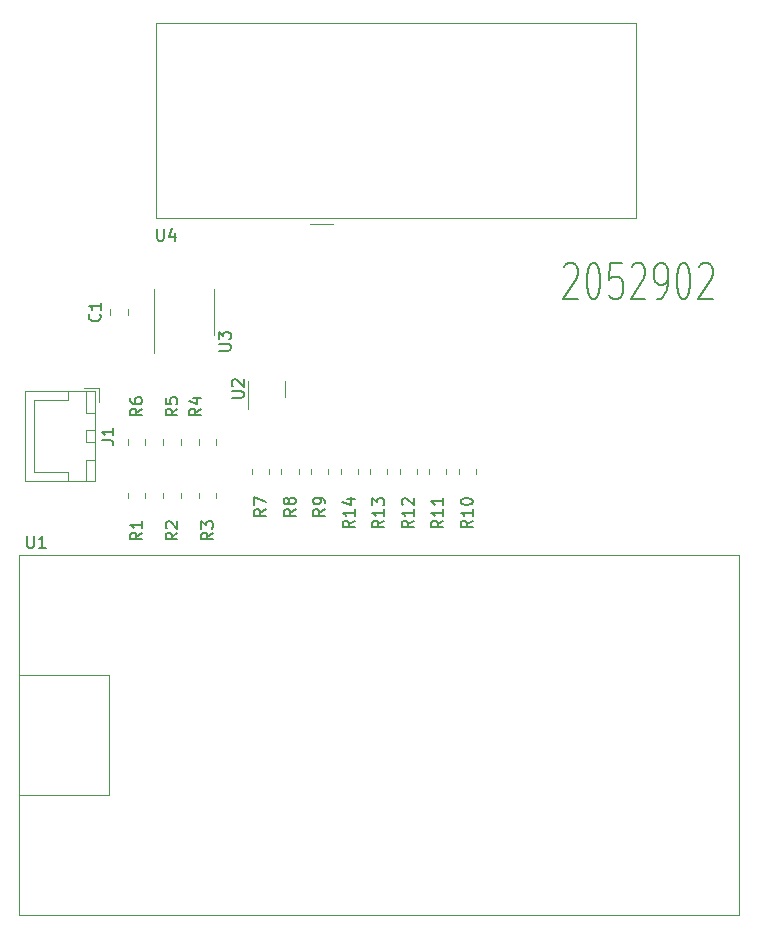
<source format=gto>
%TF.GenerationSoftware,KiCad,Pcbnew,(6.0.5)*%
%TF.CreationDate,2022-07-14T21:33:15+08:00*%
%TF.ProjectId,thermometer,74686572-6d6f-46d6-9574-65722e6b6963,rev?*%
%TF.SameCoordinates,Original*%
%TF.FileFunction,Legend,Top*%
%TF.FilePolarity,Positive*%
%FSLAX46Y46*%
G04 Gerber Fmt 4.6, Leading zero omitted, Abs format (unit mm)*
G04 Created by KiCad (PCBNEW (6.0.5)) date 2022-07-14 21:33:15*
%MOMM*%
%LPD*%
G01*
G04 APERTURE LIST*
%ADD10C,0.150000*%
%ADD11C,0.120000*%
G04 APERTURE END LIST*
D10*
X99014285Y-95542857D02*
X99109523Y-95400000D01*
X99300000Y-95257142D01*
X99776190Y-95257142D01*
X99966666Y-95400000D01*
X100061904Y-95542857D01*
X100157142Y-95828571D01*
X100157142Y-96114285D01*
X100061904Y-96542857D01*
X98919047Y-98257142D01*
X100157142Y-98257142D01*
X101395238Y-95257142D02*
X101585714Y-95257142D01*
X101776190Y-95400000D01*
X101871428Y-95542857D01*
X101966666Y-95828571D01*
X102061904Y-96400000D01*
X102061904Y-97114285D01*
X101966666Y-97685714D01*
X101871428Y-97971428D01*
X101776190Y-98114285D01*
X101585714Y-98257142D01*
X101395238Y-98257142D01*
X101204761Y-98114285D01*
X101109523Y-97971428D01*
X101014285Y-97685714D01*
X100919047Y-97114285D01*
X100919047Y-96400000D01*
X101014285Y-95828571D01*
X101109523Y-95542857D01*
X101204761Y-95400000D01*
X101395238Y-95257142D01*
X103871428Y-95257142D02*
X102919047Y-95257142D01*
X102823809Y-96685714D01*
X102919047Y-96542857D01*
X103109523Y-96400000D01*
X103585714Y-96400000D01*
X103776190Y-96542857D01*
X103871428Y-96685714D01*
X103966666Y-96971428D01*
X103966666Y-97685714D01*
X103871428Y-97971428D01*
X103776190Y-98114285D01*
X103585714Y-98257142D01*
X103109523Y-98257142D01*
X102919047Y-98114285D01*
X102823809Y-97971428D01*
X104728571Y-95542857D02*
X104823809Y-95400000D01*
X105014285Y-95257142D01*
X105490476Y-95257142D01*
X105680952Y-95400000D01*
X105776190Y-95542857D01*
X105871428Y-95828571D01*
X105871428Y-96114285D01*
X105776190Y-96542857D01*
X104633333Y-98257142D01*
X105871428Y-98257142D01*
X106823809Y-98257142D02*
X107204761Y-98257142D01*
X107395238Y-98114285D01*
X107490476Y-97971428D01*
X107680952Y-97542857D01*
X107776190Y-96971428D01*
X107776190Y-95828571D01*
X107680952Y-95542857D01*
X107585714Y-95400000D01*
X107395238Y-95257142D01*
X107014285Y-95257142D01*
X106823809Y-95400000D01*
X106728571Y-95542857D01*
X106633333Y-95828571D01*
X106633333Y-96542857D01*
X106728571Y-96828571D01*
X106823809Y-96971428D01*
X107014285Y-97114285D01*
X107395238Y-97114285D01*
X107585714Y-96971428D01*
X107680952Y-96828571D01*
X107776190Y-96542857D01*
X109014285Y-95257142D02*
X109204761Y-95257142D01*
X109395238Y-95400000D01*
X109490476Y-95542857D01*
X109585714Y-95828571D01*
X109680952Y-96400000D01*
X109680952Y-97114285D01*
X109585714Y-97685714D01*
X109490476Y-97971428D01*
X109395238Y-98114285D01*
X109204761Y-98257142D01*
X109014285Y-98257142D01*
X108823809Y-98114285D01*
X108728571Y-97971428D01*
X108633333Y-97685714D01*
X108538095Y-97114285D01*
X108538095Y-96400000D01*
X108633333Y-95828571D01*
X108728571Y-95542857D01*
X108823809Y-95400000D01*
X109014285Y-95257142D01*
X110442857Y-95542857D02*
X110538095Y-95400000D01*
X110728571Y-95257142D01*
X111204761Y-95257142D01*
X111395238Y-95400000D01*
X111490476Y-95542857D01*
X111585714Y-95828571D01*
X111585714Y-96114285D01*
X111490476Y-96542857D01*
X110347619Y-98257142D01*
X111585714Y-98257142D01*
%TO.C,R11*%
X88752380Y-117042857D02*
X88276190Y-117376190D01*
X88752380Y-117614285D02*
X87752380Y-117614285D01*
X87752380Y-117233333D01*
X87800000Y-117138095D01*
X87847619Y-117090476D01*
X87942857Y-117042857D01*
X88085714Y-117042857D01*
X88180952Y-117090476D01*
X88228571Y-117138095D01*
X88276190Y-117233333D01*
X88276190Y-117614285D01*
X88752380Y-116090476D02*
X88752380Y-116661904D01*
X88752380Y-116376190D02*
X87752380Y-116376190D01*
X87895238Y-116471428D01*
X87990476Y-116566666D01*
X88038095Y-116661904D01*
X88752380Y-115138095D02*
X88752380Y-115709523D01*
X88752380Y-115423809D02*
X87752380Y-115423809D01*
X87895238Y-115519047D01*
X87990476Y-115614285D01*
X88038095Y-115709523D01*
%TO.C,R13*%
X83752380Y-117042857D02*
X83276190Y-117376190D01*
X83752380Y-117614285D02*
X82752380Y-117614285D01*
X82752380Y-117233333D01*
X82800000Y-117138095D01*
X82847619Y-117090476D01*
X82942857Y-117042857D01*
X83085714Y-117042857D01*
X83180952Y-117090476D01*
X83228571Y-117138095D01*
X83276190Y-117233333D01*
X83276190Y-117614285D01*
X83752380Y-116090476D02*
X83752380Y-116661904D01*
X83752380Y-116376190D02*
X82752380Y-116376190D01*
X82895238Y-116471428D01*
X82990476Y-116566666D01*
X83038095Y-116661904D01*
X82752380Y-115757142D02*
X82752380Y-115138095D01*
X83133333Y-115471428D01*
X83133333Y-115328571D01*
X83180952Y-115233333D01*
X83228571Y-115185714D01*
X83323809Y-115138095D01*
X83561904Y-115138095D01*
X83657142Y-115185714D01*
X83704761Y-115233333D01*
X83752380Y-115328571D01*
X83752380Y-115614285D01*
X83704761Y-115709523D01*
X83657142Y-115757142D01*
%TO.C,J1*%
X59827380Y-110233333D02*
X60541666Y-110233333D01*
X60684523Y-110280952D01*
X60779761Y-110376190D01*
X60827380Y-110519047D01*
X60827380Y-110614285D01*
X60827380Y-109233333D02*
X60827380Y-109804761D01*
X60827380Y-109519047D02*
X59827380Y-109519047D01*
X59970238Y-109614285D01*
X60065476Y-109709523D01*
X60113095Y-109804761D01*
%TO.C,R12*%
X86252380Y-117042857D02*
X85776190Y-117376190D01*
X86252380Y-117614285D02*
X85252380Y-117614285D01*
X85252380Y-117233333D01*
X85300000Y-117138095D01*
X85347619Y-117090476D01*
X85442857Y-117042857D01*
X85585714Y-117042857D01*
X85680952Y-117090476D01*
X85728571Y-117138095D01*
X85776190Y-117233333D01*
X85776190Y-117614285D01*
X86252380Y-116090476D02*
X86252380Y-116661904D01*
X86252380Y-116376190D02*
X85252380Y-116376190D01*
X85395238Y-116471428D01*
X85490476Y-116566666D01*
X85538095Y-116661904D01*
X85347619Y-115709523D02*
X85300000Y-115661904D01*
X85252380Y-115566666D01*
X85252380Y-115328571D01*
X85300000Y-115233333D01*
X85347619Y-115185714D01*
X85442857Y-115138095D01*
X85538095Y-115138095D01*
X85680952Y-115185714D01*
X86252380Y-115757142D01*
X86252380Y-115138095D01*
%TO.C,R3*%
X69252380Y-118066666D02*
X68776190Y-118400000D01*
X69252380Y-118638095D02*
X68252380Y-118638095D01*
X68252380Y-118257142D01*
X68300000Y-118161904D01*
X68347619Y-118114285D01*
X68442857Y-118066666D01*
X68585714Y-118066666D01*
X68680952Y-118114285D01*
X68728571Y-118161904D01*
X68776190Y-118257142D01*
X68776190Y-118638095D01*
X68252380Y-117733333D02*
X68252380Y-117114285D01*
X68633333Y-117447619D01*
X68633333Y-117304761D01*
X68680952Y-117209523D01*
X68728571Y-117161904D01*
X68823809Y-117114285D01*
X69061904Y-117114285D01*
X69157142Y-117161904D01*
X69204761Y-117209523D01*
X69252380Y-117304761D01*
X69252380Y-117590476D01*
X69204761Y-117685714D01*
X69157142Y-117733333D01*
%TO.C,R14*%
X81252380Y-117042857D02*
X80776190Y-117376190D01*
X81252380Y-117614285D02*
X80252380Y-117614285D01*
X80252380Y-117233333D01*
X80300000Y-117138095D01*
X80347619Y-117090476D01*
X80442857Y-117042857D01*
X80585714Y-117042857D01*
X80680952Y-117090476D01*
X80728571Y-117138095D01*
X80776190Y-117233333D01*
X80776190Y-117614285D01*
X81252380Y-116090476D02*
X81252380Y-116661904D01*
X81252380Y-116376190D02*
X80252380Y-116376190D01*
X80395238Y-116471428D01*
X80490476Y-116566666D01*
X80538095Y-116661904D01*
X80585714Y-115233333D02*
X81252380Y-115233333D01*
X80204761Y-115471428D02*
X80919047Y-115709523D01*
X80919047Y-115090476D01*
%TO.C,R5*%
X66252380Y-107566666D02*
X65776190Y-107900000D01*
X66252380Y-108138095D02*
X65252380Y-108138095D01*
X65252380Y-107757142D01*
X65300000Y-107661904D01*
X65347619Y-107614285D01*
X65442857Y-107566666D01*
X65585714Y-107566666D01*
X65680952Y-107614285D01*
X65728571Y-107661904D01*
X65776190Y-107757142D01*
X65776190Y-108138095D01*
X65252380Y-106661904D02*
X65252380Y-107138095D01*
X65728571Y-107185714D01*
X65680952Y-107138095D01*
X65633333Y-107042857D01*
X65633333Y-106804761D01*
X65680952Y-106709523D01*
X65728571Y-106661904D01*
X65823809Y-106614285D01*
X66061904Y-106614285D01*
X66157142Y-106661904D01*
X66204761Y-106709523D01*
X66252380Y-106804761D01*
X66252380Y-107042857D01*
X66204761Y-107138095D01*
X66157142Y-107185714D01*
%TO.C,R1*%
X63252380Y-118066666D02*
X62776190Y-118400000D01*
X63252380Y-118638095D02*
X62252380Y-118638095D01*
X62252380Y-118257142D01*
X62300000Y-118161904D01*
X62347619Y-118114285D01*
X62442857Y-118066666D01*
X62585714Y-118066666D01*
X62680952Y-118114285D01*
X62728571Y-118161904D01*
X62776190Y-118257142D01*
X62776190Y-118638095D01*
X63252380Y-117114285D02*
X63252380Y-117685714D01*
X63252380Y-117400000D02*
X62252380Y-117400000D01*
X62395238Y-117495238D01*
X62490476Y-117590476D01*
X62538095Y-117685714D01*
%TO.C,C1*%
X59657142Y-99566666D02*
X59704761Y-99614285D01*
X59752380Y-99757142D01*
X59752380Y-99852380D01*
X59704761Y-99995238D01*
X59609523Y-100090476D01*
X59514285Y-100138095D01*
X59323809Y-100185714D01*
X59180952Y-100185714D01*
X58990476Y-100138095D01*
X58895238Y-100090476D01*
X58800000Y-99995238D01*
X58752380Y-99852380D01*
X58752380Y-99757142D01*
X58800000Y-99614285D01*
X58847619Y-99566666D01*
X59752380Y-98614285D02*
X59752380Y-99185714D01*
X59752380Y-98900000D02*
X58752380Y-98900000D01*
X58895238Y-98995238D01*
X58990476Y-99090476D01*
X59038095Y-99185714D01*
%TO.C,R4*%
X68252380Y-107566666D02*
X67776190Y-107900000D01*
X68252380Y-108138095D02*
X67252380Y-108138095D01*
X67252380Y-107757142D01*
X67300000Y-107661904D01*
X67347619Y-107614285D01*
X67442857Y-107566666D01*
X67585714Y-107566666D01*
X67680952Y-107614285D01*
X67728571Y-107661904D01*
X67776190Y-107757142D01*
X67776190Y-108138095D01*
X67585714Y-106709523D02*
X68252380Y-106709523D01*
X67204761Y-106947619D02*
X67919047Y-107185714D01*
X67919047Y-106566666D01*
%TO.C,U4*%
X64538095Y-92352380D02*
X64538095Y-93161904D01*
X64585714Y-93257142D01*
X64633333Y-93304761D01*
X64728571Y-93352380D01*
X64919047Y-93352380D01*
X65014285Y-93304761D01*
X65061904Y-93257142D01*
X65109523Y-93161904D01*
X65109523Y-92352380D01*
X66014285Y-92685714D02*
X66014285Y-93352380D01*
X65776190Y-92304761D02*
X65538095Y-93019047D01*
X66157142Y-93019047D01*
%TO.C,U1*%
X53538095Y-118352380D02*
X53538095Y-119161904D01*
X53585714Y-119257142D01*
X53633333Y-119304761D01*
X53728571Y-119352380D01*
X53919047Y-119352380D01*
X54014285Y-119304761D01*
X54061904Y-119257142D01*
X54109523Y-119161904D01*
X54109523Y-118352380D01*
X55109523Y-119352380D02*
X54538095Y-119352380D01*
X54823809Y-119352380D02*
X54823809Y-118352380D01*
X54728571Y-118495238D01*
X54633333Y-118590476D01*
X54538095Y-118638095D01*
%TO.C,R6*%
X63252380Y-107566666D02*
X62776190Y-107900000D01*
X63252380Y-108138095D02*
X62252380Y-108138095D01*
X62252380Y-107757142D01*
X62300000Y-107661904D01*
X62347619Y-107614285D01*
X62442857Y-107566666D01*
X62585714Y-107566666D01*
X62680952Y-107614285D01*
X62728571Y-107661904D01*
X62776190Y-107757142D01*
X62776190Y-108138095D01*
X62252380Y-106709523D02*
X62252380Y-106900000D01*
X62300000Y-106995238D01*
X62347619Y-107042857D01*
X62490476Y-107138095D01*
X62680952Y-107185714D01*
X63061904Y-107185714D01*
X63157142Y-107138095D01*
X63204761Y-107090476D01*
X63252380Y-106995238D01*
X63252380Y-106804761D01*
X63204761Y-106709523D01*
X63157142Y-106661904D01*
X63061904Y-106614285D01*
X62823809Y-106614285D01*
X62728571Y-106661904D01*
X62680952Y-106709523D01*
X62633333Y-106804761D01*
X62633333Y-106995238D01*
X62680952Y-107090476D01*
X62728571Y-107138095D01*
X62823809Y-107185714D01*
%TO.C,R7*%
X73752380Y-116066666D02*
X73276190Y-116400000D01*
X73752380Y-116638095D02*
X72752380Y-116638095D01*
X72752380Y-116257142D01*
X72800000Y-116161904D01*
X72847619Y-116114285D01*
X72942857Y-116066666D01*
X73085714Y-116066666D01*
X73180952Y-116114285D01*
X73228571Y-116161904D01*
X73276190Y-116257142D01*
X73276190Y-116638095D01*
X72752380Y-115733333D02*
X72752380Y-115066666D01*
X73752380Y-115495238D01*
%TO.C,U3*%
X69752380Y-102661904D02*
X70561904Y-102661904D01*
X70657142Y-102614285D01*
X70704761Y-102566666D01*
X70752380Y-102471428D01*
X70752380Y-102280952D01*
X70704761Y-102185714D01*
X70657142Y-102138095D01*
X70561904Y-102090476D01*
X69752380Y-102090476D01*
X69752380Y-101709523D02*
X69752380Y-101090476D01*
X70133333Y-101423809D01*
X70133333Y-101280952D01*
X70180952Y-101185714D01*
X70228571Y-101138095D01*
X70323809Y-101090476D01*
X70561904Y-101090476D01*
X70657142Y-101138095D01*
X70704761Y-101185714D01*
X70752380Y-101280952D01*
X70752380Y-101566666D01*
X70704761Y-101661904D01*
X70657142Y-101709523D01*
%TO.C,U2*%
X70852380Y-106661904D02*
X71661904Y-106661904D01*
X71757142Y-106614285D01*
X71804761Y-106566666D01*
X71852380Y-106471428D01*
X71852380Y-106280952D01*
X71804761Y-106185714D01*
X71757142Y-106138095D01*
X71661904Y-106090476D01*
X70852380Y-106090476D01*
X70947619Y-105661904D02*
X70900000Y-105614285D01*
X70852380Y-105519047D01*
X70852380Y-105280952D01*
X70900000Y-105185714D01*
X70947619Y-105138095D01*
X71042857Y-105090476D01*
X71138095Y-105090476D01*
X71280952Y-105138095D01*
X71852380Y-105709523D01*
X71852380Y-105090476D01*
%TO.C,R10*%
X91252380Y-117042857D02*
X90776190Y-117376190D01*
X91252380Y-117614285D02*
X90252380Y-117614285D01*
X90252380Y-117233333D01*
X90300000Y-117138095D01*
X90347619Y-117090476D01*
X90442857Y-117042857D01*
X90585714Y-117042857D01*
X90680952Y-117090476D01*
X90728571Y-117138095D01*
X90776190Y-117233333D01*
X90776190Y-117614285D01*
X91252380Y-116090476D02*
X91252380Y-116661904D01*
X91252380Y-116376190D02*
X90252380Y-116376190D01*
X90395238Y-116471428D01*
X90490476Y-116566666D01*
X90538095Y-116661904D01*
X90252380Y-115471428D02*
X90252380Y-115376190D01*
X90300000Y-115280952D01*
X90347619Y-115233333D01*
X90442857Y-115185714D01*
X90633333Y-115138095D01*
X90871428Y-115138095D01*
X91061904Y-115185714D01*
X91157142Y-115233333D01*
X91204761Y-115280952D01*
X91252380Y-115376190D01*
X91252380Y-115471428D01*
X91204761Y-115566666D01*
X91157142Y-115614285D01*
X91061904Y-115661904D01*
X90871428Y-115709523D01*
X90633333Y-115709523D01*
X90442857Y-115661904D01*
X90347619Y-115614285D01*
X90300000Y-115566666D01*
X90252380Y-115471428D01*
%TO.C,R8*%
X76252380Y-116066666D02*
X75776190Y-116400000D01*
X76252380Y-116638095D02*
X75252380Y-116638095D01*
X75252380Y-116257142D01*
X75300000Y-116161904D01*
X75347619Y-116114285D01*
X75442857Y-116066666D01*
X75585714Y-116066666D01*
X75680952Y-116114285D01*
X75728571Y-116161904D01*
X75776190Y-116257142D01*
X75776190Y-116638095D01*
X75680952Y-115495238D02*
X75633333Y-115590476D01*
X75585714Y-115638095D01*
X75490476Y-115685714D01*
X75442857Y-115685714D01*
X75347619Y-115638095D01*
X75300000Y-115590476D01*
X75252380Y-115495238D01*
X75252380Y-115304761D01*
X75300000Y-115209523D01*
X75347619Y-115161904D01*
X75442857Y-115114285D01*
X75490476Y-115114285D01*
X75585714Y-115161904D01*
X75633333Y-115209523D01*
X75680952Y-115304761D01*
X75680952Y-115495238D01*
X75728571Y-115590476D01*
X75776190Y-115638095D01*
X75871428Y-115685714D01*
X76061904Y-115685714D01*
X76157142Y-115638095D01*
X76204761Y-115590476D01*
X76252380Y-115495238D01*
X76252380Y-115304761D01*
X76204761Y-115209523D01*
X76157142Y-115161904D01*
X76061904Y-115114285D01*
X75871428Y-115114285D01*
X75776190Y-115161904D01*
X75728571Y-115209523D01*
X75680952Y-115304761D01*
%TO.C,R9*%
X78752380Y-116066666D02*
X78276190Y-116400000D01*
X78752380Y-116638095D02*
X77752380Y-116638095D01*
X77752380Y-116257142D01*
X77800000Y-116161904D01*
X77847619Y-116114285D01*
X77942857Y-116066666D01*
X78085714Y-116066666D01*
X78180952Y-116114285D01*
X78228571Y-116161904D01*
X78276190Y-116257142D01*
X78276190Y-116638095D01*
X78752380Y-115590476D02*
X78752380Y-115400000D01*
X78704761Y-115304761D01*
X78657142Y-115257142D01*
X78514285Y-115161904D01*
X78323809Y-115114285D01*
X77942857Y-115114285D01*
X77847619Y-115161904D01*
X77800000Y-115209523D01*
X77752380Y-115304761D01*
X77752380Y-115495238D01*
X77800000Y-115590476D01*
X77847619Y-115638095D01*
X77942857Y-115685714D01*
X78180952Y-115685714D01*
X78276190Y-115638095D01*
X78323809Y-115590476D01*
X78371428Y-115495238D01*
X78371428Y-115304761D01*
X78323809Y-115209523D01*
X78276190Y-115161904D01*
X78180952Y-115114285D01*
%TO.C,R2*%
X66252380Y-118066666D02*
X65776190Y-118400000D01*
X66252380Y-118638095D02*
X65252380Y-118638095D01*
X65252380Y-118257142D01*
X65300000Y-118161904D01*
X65347619Y-118114285D01*
X65442857Y-118066666D01*
X65585714Y-118066666D01*
X65680952Y-118114285D01*
X65728571Y-118161904D01*
X65776190Y-118257142D01*
X65776190Y-118638095D01*
X65347619Y-117685714D02*
X65300000Y-117638095D01*
X65252380Y-117542857D01*
X65252380Y-117304761D01*
X65300000Y-117209523D01*
X65347619Y-117161904D01*
X65442857Y-117114285D01*
X65538095Y-117114285D01*
X65680952Y-117161904D01*
X66252380Y-117733333D01*
X66252380Y-117114285D01*
D11*
%TO.C,R11*%
X89035000Y-113127064D02*
X89035000Y-112672936D01*
X87565000Y-113127064D02*
X87565000Y-112672936D01*
%TO.C,R13*%
X84035000Y-113127064D02*
X84035000Y-112672936D01*
X82565000Y-113127064D02*
X82565000Y-112672936D01*
%TO.C,J1*%
X57025000Y-113700000D02*
X57025000Y-112950000D01*
X59275000Y-106100000D02*
X58525000Y-106100000D01*
X58525000Y-106100000D02*
X58525000Y-107900000D01*
X59575000Y-107050000D02*
X59575000Y-105800000D01*
X59275000Y-113700000D02*
X59275000Y-111900000D01*
X53315000Y-113710000D02*
X59285000Y-113710000D01*
X58525000Y-109400000D02*
X58525000Y-110400000D01*
X59575000Y-105800000D02*
X58325000Y-105800000D01*
X57025000Y-106850000D02*
X54075000Y-106850000D01*
X58525000Y-110400000D02*
X59275000Y-110400000D01*
X54075000Y-112950000D02*
X54075000Y-109900000D01*
X57025000Y-112950000D02*
X54075000Y-112950000D01*
X53315000Y-106090000D02*
X53315000Y-113710000D01*
X58525000Y-113700000D02*
X59275000Y-113700000D01*
X59275000Y-111900000D02*
X58525000Y-111900000D01*
X59275000Y-107900000D02*
X59275000Y-106100000D01*
X59275000Y-110400000D02*
X59275000Y-109400000D01*
X54075000Y-106850000D02*
X54075000Y-109900000D01*
X57025000Y-106100000D02*
X57025000Y-106850000D01*
X59285000Y-113710000D02*
X59285000Y-106090000D01*
X58525000Y-111900000D02*
X58525000Y-113700000D01*
X59275000Y-109400000D02*
X58525000Y-109400000D01*
X59285000Y-106090000D02*
X53315000Y-106090000D01*
X58525000Y-107900000D02*
X59275000Y-107900000D01*
%TO.C,R12*%
X85065000Y-113127064D02*
X85065000Y-112672936D01*
X86535000Y-113127064D02*
X86535000Y-112672936D01*
%TO.C,R3*%
X69535000Y-115127064D02*
X69535000Y-114672936D01*
X68065000Y-115127064D02*
X68065000Y-114672936D01*
%TO.C,R14*%
X81535000Y-113127064D02*
X81535000Y-112672936D01*
X80065000Y-113127064D02*
X80065000Y-112672936D01*
%TO.C,R5*%
X65065000Y-110627064D02*
X65065000Y-110172936D01*
X66535000Y-110627064D02*
X66535000Y-110172936D01*
%TO.C,R1*%
X62065000Y-114672936D02*
X62065000Y-115127064D01*
X63535000Y-114672936D02*
X63535000Y-115127064D01*
%TO.C,C1*%
X62035000Y-99138748D02*
X62035000Y-99661252D01*
X60565000Y-99138748D02*
X60565000Y-99661252D01*
%TO.C,R4*%
X69535000Y-110627064D02*
X69535000Y-110172936D01*
X68065000Y-110627064D02*
X68065000Y-110172936D01*
%TO.C,U4*%
X77450000Y-91930000D02*
X79450000Y-91930000D01*
X64480000Y-91455000D02*
X105120000Y-91455000D01*
X105120000Y-91455000D02*
X105120000Y-74945000D01*
X105120000Y-74945000D02*
X64480000Y-74945000D01*
X64480000Y-74945000D02*
X64480000Y-91455000D01*
%TO.C,U1*%
X113780000Y-150440000D02*
X52820000Y-150440000D01*
X52820000Y-150440000D02*
X52820000Y-119960000D01*
X52820000Y-119960000D02*
X113780000Y-119960000D01*
X113780000Y-119960000D02*
X113780000Y-150440000D01*
X52820000Y-140280000D02*
X60440000Y-140280000D01*
X60440000Y-140280000D02*
X60440000Y-130120000D01*
X60440000Y-130120000D02*
X52820000Y-130120000D01*
X52820000Y-130120000D02*
X52820000Y-140280000D01*
%TO.C,R6*%
X62065000Y-110627064D02*
X62065000Y-110172936D01*
X63535000Y-110627064D02*
X63535000Y-110172936D01*
%TO.C,R7*%
X74035000Y-113127064D02*
X74035000Y-112672936D01*
X72565000Y-113127064D02*
X72565000Y-112672936D01*
%TO.C,U3*%
X64240000Y-99400000D02*
X64240000Y-97450000D01*
X69360000Y-99400000D02*
X69360000Y-101350000D01*
X64240000Y-99400000D02*
X64240000Y-102850000D01*
X69360000Y-99400000D02*
X69360000Y-97450000D01*
%TO.C,U2*%
X75360000Y-105900000D02*
X75360000Y-106550000D01*
X72240000Y-105900000D02*
X72240000Y-107575000D01*
X75360000Y-105900000D02*
X75360000Y-105250000D01*
X72240000Y-105900000D02*
X72240000Y-105250000D01*
%TO.C,R10*%
X91535000Y-113127064D02*
X91535000Y-112672936D01*
X90065000Y-113127064D02*
X90065000Y-112672936D01*
%TO.C,R8*%
X75065000Y-113127064D02*
X75065000Y-112672936D01*
X76535000Y-113127064D02*
X76535000Y-112672936D01*
%TO.C,R9*%
X79035000Y-113127064D02*
X79035000Y-112672936D01*
X77565000Y-113127064D02*
X77565000Y-112672936D01*
%TO.C,R2*%
X65065000Y-114672936D02*
X65065000Y-115127064D01*
X66535000Y-114672936D02*
X66535000Y-115127064D01*
%TD*%
M02*

</source>
